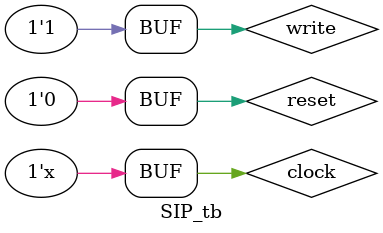
<source format=sv>
`timescale 1ns / 1ps


//module SIP_tb;


//reg clock;  

//reg reset;  

////reg [15:0]Er; //For selecting inhibitory or exhibitory presynaptic neuron

////input [15:0]Sin; //For incoming spikes from presynapses (Either internal or external)

////reg  [3:0] weight;

////output reg [15:0] EP, EN, IP, IN;

//reg [3:0] parallel_in_weight[0:15];

//reg [15:0] parallel_spike_in;

//reg [15:0] parallel_Ein;

//wire  flush_weight;

//wire  flush_Ein;

//wire  flush_spike;




    
//endmodule




module SIP_tb;

  reg clock;  
  reg reset;
  reg write;  
  reg [3:0] parallel_in_weight[0:15];
  reg [15:0] parallel_spike_in;
  reg [15:0] parallel_Ein;
  
  wire flush_weight;
  wire flush_Ein;
  wire flush_spike;
  
  wire spike;
//  reg load;
  
  wire [3:0] select;
  wire toggle;
Synaptic_Input_Processor SIP_LIF (clock,reset,write,parallel_spike_in,parallel_Ein,flush_weight,flush_Ein,flush_spike,spike,select,toggle);

  initial begin
    clock = 0;
    reset = 1;
//    load=1;
    
    #5 reset = 0; // De-assert reset after 5 time units
//    load=0;
    write=1;
    
    #10;
    
    
    // Sending initial data to parallel_in_weight, parallel_spike_in, and parallel_Ein arrays
//    for (int i = 0; i < 16; i=i+1) begin
//      parallel_in_weight[i] = i; // Sending values 0 to 15 in parallel_in_weight array
//    end
    parallel_spike_in = 16'b1010101010101010; // Sending binary pattern 1010101010101010 to parallel_spike_in
    parallel_Ein = 16'hFFFF; // Sending all 1's to parallel_Ein
end
   
   
   always 
   begin    
//    if (flush_weight==1)
//    begin
    // Sending new data after flush signals are asserted
//    for (int i = 0; i < 16; i=i+1) begin
//      parallel_in_weight[i] = i*2; // Sending values 0 to 30 in parallel_in_weight array
//    end
    
//    end
    
    if(flush_spike==1)
    begin
    parallel_spike_in = 16'b1101010101011101; // Sending binary pattern 0101010101010101 to parallel_spike_in
    end
    
    if(flush_Ein==1)
    begin
    parallel_Ein = 16'hAAAA; // Sending alternating pattern 1010101010101010 to parallel_Ein
    end
    #10;

    #10;
 //   $finish; // End simulation
  end

  always #5 clock = ~clock; // Clock with 5 time units period

  // Rest of the SIP_tb code

endmodule

</source>
